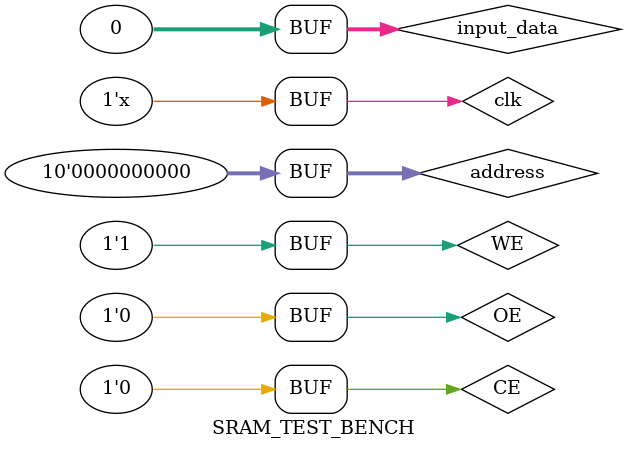
<source format=v>
`timescale 1ns / 1ps


module SRAM_TEST_BENCH;

	// Inputs
	reg clk;
	reg CE;
	reg OE;
	reg WE;
	reg [31:0] input_data;
	reg [9:0] address;

	// Outputs
	wire [31:0] stackData;

	// Instantiate the Unit Under Test (UUT)
	StackMemory uut (
		.clk(clk), 
		.CE(CE), 
		.OE(OE), 
		.WE(WE), 
		.input_data(input_data), 
		.address(address), 
		.stackData(stackData)
	);

	initial begin
		// Initialize Inputs
		clk = 0;
		CE = 0;
		OE = 1;
		WE = 0;
		input_data = 0;
		address = 0;

		// Wait 100 ns for global reset to finish
		#100;
        
		// Add stimulus here
		#100;
		CE = 0;
		OE = 0;
		WE = 1;
		#100;
	end
      
	always #5 clk = ~clk;
endmodule


</source>
